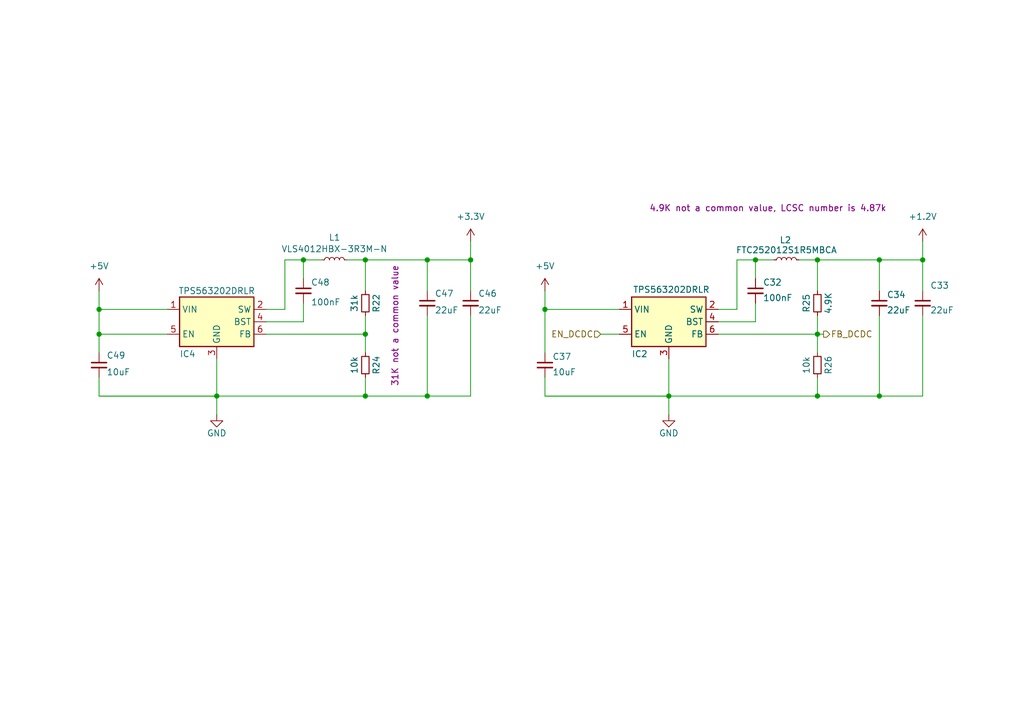
<source format=kicad_sch>
(kicad_sch (version 20250114) (generator "eeschema") (generator_version "9.0")
  (paper "A5")
  (title_block (title "Power") (date "2025-06-14") (company "Team:Badge"))
  (lib_symbols
    (symbol "Device:C_Small" (pin_numbers (hide yes)) (pin_names (offset 0.254) (hide yes))
      (property "Reference" "C" (at 0.254 1.778 0))
      (property "Value" "C_Small" (at 0.254 -2.032 0))
      (symbol "C_Small_0_1"
        (polyline (pts (xy -1.524 0.508) (xy 1.524 0.508)) (stroke (width 0.3048)))
        (polyline (pts (xy -1.524 -0.508) (xy 1.524 -0.508)) (stroke (width 0.3302)))
      )
      (symbol "C_Small_1_1"
        (pin passive line (at 0 2.54 270) (length 2.032) (name "~") (number "1"))
        (pin passive line (at 0 -2.54 90) (length 2.032) (name "~") (number "2"))
      )
    )
    (symbol "Device:L_Small" (pin_numbers (hide yes)) (pin_names (offset 0.254) (hide yes))
      (property "Reference" "L" (at 0.762 1.016 0))
      (property "Value" "L_Small" (at 0.762 -1.016 0))
      (symbol "L_Small_0_1"
        (arc (start 0 2.032) (mid 0.5058 1.524) (end 0 1.016))
        (arc (start 0 1.016) (mid 0.5058 0.508) (end 0 0))
        (arc (start 0 0) (mid 0.5058 -0.508) (end 0 -1.016))
        (arc (start 0 -1.016) (mid 0.5058 -1.524) (end 0 -2.032))
      )
      (symbol "L_Small_1_1"
        (pin passive line (at 0 2.54 270) (length 0.508) (name "~") (number "1"))
        (pin passive line (at 0 -2.54 90) (length 0.508) (name "~") (number "2"))
      )
    )
    (symbol "Device:R_Small" (pin_numbers (hide yes)) (pin_names (offset 0.254) (hide yes))
      (property "Reference" "R" (at 0 0 90))
      (property "Value" "R_Small" (at 1.778 0 90))
      (symbol "R_Small_0_1"
        (rectangle (start -0.762 1.778) (end 0.762 -1.778) (stroke (width 0.2032)))
      )
      (symbol "R_Small_1_1"
        (pin passive line (at 0 2.54 270) (length 0.762) (name "~") (number "1"))
        (pin passive line (at 0 -2.54 90) (length 0.762) (name "~") (number "2"))
      )
    )
    (symbol "TPS563202DRLR_1"
      (property "Reference" "U" (at 1.27 -11.43 0))
      (property "Value" "TPS563202DRLR" (at 7.62 1.27 0))
      (symbol "TPS563202DRLR_1_0_1"
        (rectangle (start 0 0) (end 15.24 -10.16) (stroke (width 0.254)) (fill (type background)))
      )
      (symbol "TPS563202DRLR_1_1_1"
        (pin power_in line (at -2.54 -2.54 0) (length 2.54) (name "VIN") (number "1"))
        (pin input line (at -2.54 -7.62 0) (length 2.54) (name "EN") (number "5"))
        (pin power_in line (at 7.62 -12.7 90) (length 2.54) (name "GND") (number "3"))
        (pin power_out line (at 17.78 -2.54 180) (length 2.54) (name "SW") (number "2"))
        (pin passive line (at 17.78 -5.08 180) (length 2.54) (name "BST") (number "4"))
        (pin input line (at 17.78 -7.62 180) (length 2.54) (name "FB") (number "6"))
      )
    )
    (symbol "custom_symbols:TPS563202DRLR"
      (property "Reference" "U" (at 1.27 -11.43 0))
      (property "Value" "TPS563202DRLR" (at 7.62 1.27 0))
      (symbol "TPS563202DRLR_0_1"
        (rectangle (start 0 0) (end 15.24 -10.16) (stroke (width 0.254)) (fill (type background)))
      )
      (symbol "TPS563202DRLR_1_1"
        (pin power_in line (at -2.54 -2.54 0) (length 2.54) (name "VIN") (number "1"))
        (pin input line (at -2.54 -7.62 0) (length 2.54) (name "EN") (number "5"))
        (pin power_in line (at 7.62 -12.7 90) (length 2.54) (name "GND") (number "3"))
        (pin output line (at 17.78 -2.54 180) (length 2.54) (name "SW") (number "2"))
        (pin passive line (at 17.78 -5.08 180) (length 2.54) (name "BST") (number "4"))
        (pin input line (at 17.78 -7.62 180) (length 2.54) (name "FB") (number "6"))
      )
    )
    (symbol "power:+1V2" (power) (pin_numbers (hide yes)) (pin_names (offset 0) (hide yes))
      (property "Value" "+1V2" (at 0 3.556 0))
      (symbol "+1V2_0_1"
        (polyline (pts (xy -0.762 1.27) (xy 0 2.54)))
        (polyline (pts (xy 0 2.54) (xy 0.762 1.27)))
        (polyline (pts (xy 0 0) (xy 0 2.54)))
      )
      (symbol "+1V2_1_1"
        (pin power_in line (at 0 0 90) (length 0) (name "~") (number "1"))
      )
    )
    (symbol "power:+3.3V" (power) (pin_numbers (hide yes)) (pin_names (offset 0) (hide yes))
      (property "Value" "+3.3V" (at 0 3.556 0))
      (symbol "+3.3V_0_1"
        (polyline (pts (xy -0.762 1.27) (xy 0 2.54)))
        (polyline (pts (xy 0 2.54) (xy 0.762 1.27)))
        (polyline (pts (xy 0 0) (xy 0 2.54)))
      )
      (symbol "+3.3V_1_1"
        (pin power_in line (at 0 0 90) (length 0) (name "~") (number "1"))
      )
    )
    (symbol "power:+5V" (power) (pin_numbers (hide yes)) (pin_names (offset 0) (hide yes))
      (property "Value" "+5V" (at 0 3.556 0))
      (symbol "+5V_0_1"
        (polyline (pts (xy -0.762 1.27) (xy 0 2.54)))
        (polyline (pts (xy 0 2.54) (xy 0.762 1.27)))
        (polyline (pts (xy 0 0) (xy 0 2.54)))
      )
      (symbol "+5V_1_1"
        (pin power_in line (at 0 0 90) (length 0) (name "~") (number "1"))
      )
    )
    (symbol "power:GND" (power) (pin_numbers (hide yes)) (pin_names (offset 0) (hide yes))
      (property "Value" "GND" (at 0 -3.81 0))
      (symbol "GND_0_1"
        (polyline (pts (xy 0 0) (xy 0 -1.27) (xy 1.27 -1.27) (xy 0 -2.54) (xy -1.27 -1.27) (xy 0 -1.27)))
      )
      (symbol "GND_1_1"
        (pin power_in line (at 0 0 270) (length 0) (name "~") (number "1"))
      )
    )
  )
  (junction (at 180.34 53.34))
  (junction (at 180.34 81.28))
  (junction (at 62.23 53.34))
  (junction (at 111.76 63.5))
  (junction (at 167.64 68.58))
  (junction (at 20.32 63.5))
  (junction (at 74.93 53.34))
  (junction (at 137.16 81.28))
  (junction (at 74.93 68.58))
  (junction (at 154.94 53.34))
  (junction (at 189.23 53.34))
  (junction (at 167.64 81.28))
  (junction (at 44.45 81.28))
  (junction (at 74.93 81.28))
  (junction (at 87.63 81.28))
  (junction (at 87.63 53.34))
  (junction (at 167.64 53.34))
  (junction (at 20.32 68.58))
  (junction (at 96.52 53.34))
  (wire (pts (xy 44.45 85.09) (xy 44.45 81.28)) (stroke (width 0.1524)))
  (wire (pts (xy 87.63 81.28) (xy 96.52 81.28)) (stroke (width 0.1524)))
  (wire (pts (xy 44.45 81.28) (xy 74.93 81.28)))
  (wire (pts (xy 137.16 81.28) (xy 111.76 81.28)) (stroke (width 0.1524)))
  (wire (pts (xy 54.61 66.04) (xy 62.23 66.04)))
  (wire (pts (xy 180.34 81.28) (xy 189.23 81.28)) (stroke (width 0.1524)))
  (wire (pts (xy 58.42 53.34) (xy 62.23 53.34)))
  (wire (pts (xy 167.64 77.47) (xy 167.64 81.28)))
  (wire (pts (xy 74.93 68.58) (xy 74.93 72.39)))
  (wire (pts (xy 151.13 53.34) (xy 154.94 53.34)))
  (wire (pts (xy 111.76 59.69) (xy 111.76 63.5)) (stroke (width 0.1524)))
  (wire (pts (xy 189.23 53.34) (xy 189.23 59.69)))
  (wire (pts (xy 154.94 66.04) (xy 154.94 62.23)))
  (wire (pts (xy 167.64 64.77) (xy 167.64 68.58)))
  (wire (pts (xy 154.94 53.34) (xy 158.75 53.34)))
  (wire (pts (xy 167.64 68.58) (xy 168.91 68.58)))
  (wire (pts (xy 74.93 64.77) (xy 74.93 68.58)))
  (wire (pts (xy 96.52 64.77) (xy 96.52 81.28)) (stroke (width 0.1524)))
  (wire (pts (xy 20.32 59.69) (xy 20.32 63.5)) (stroke (width 0.1524)))
  (wire (pts (xy 87.63 53.34) (xy 87.63 59.69)))
  (wire (pts (xy 189.23 49.53) (xy 189.23 53.34)))
  (wire (pts (xy 20.32 68.58) (xy 20.32 72.39)))
  (wire (pts (xy 62.23 66.04) (xy 62.23 62.23)))
  (wire (pts (xy 20.32 63.5) (xy 34.29 63.5)))
  (wire (pts (xy 163.83 53.34) (xy 167.64 53.34)))
  (wire (pts (xy 167.64 53.34) (xy 180.34 53.34)))
  (wire (pts (xy 167.64 68.58) (xy 167.64 72.39)))
  (wire (pts (xy 74.93 53.34) (xy 87.63 53.34)))
  (wire (pts (xy 71.12 53.34) (xy 74.93 53.34)))
  (wire (pts (xy 180.34 53.34) (xy 180.34 59.69)))
  (wire (pts (xy 54.61 63.5) (xy 58.42 63.5)))
  (wire (pts (xy 20.32 68.58) (xy 34.29 68.58)))
  (wire (pts (xy 147.32 63.5) (xy 151.13 63.5)))
  (wire (pts (xy 20.32 81.28) (xy 20.32 77.47)) (stroke (width 0.1524)))
  (wire (pts (xy 147.32 66.04) (xy 154.94 66.04)))
  (wire (pts (xy 123.19 68.58) (xy 127 68.58)))
  (wire (pts (xy 74.93 77.47) (xy 74.93 81.28)))
  (wire (pts (xy 87.63 64.77) (xy 87.63 81.28)) (stroke (width 0.1524)))
  (wire (pts (xy 137.16 81.28) (xy 167.64 81.28)))
  (wire (pts (xy 20.32 63.5) (xy 20.32 68.58)))
  (wire (pts (xy 154.94 53.34) (xy 154.94 57.15)))
  (wire (pts (xy 111.76 81.28) (xy 137.16 81.28)))
  (wire (pts (xy 62.23 53.34) (xy 66.04 53.34)))
  (wire (pts (xy 111.76 81.28) (xy 111.76 77.47)) (stroke (width 0.1524)))
  (wire (pts (xy 44.45 81.28) (xy 20.32 81.28)) (stroke (width 0.1524)))
  (wire (pts (xy 137.16 73.66) (xy 137.16 81.28)))
  (wire (pts (xy 111.76 63.5) (xy 127 63.5)))
  (wire (pts (xy 44.45 73.66) (xy 44.45 81.28)))
  (wire (pts (xy 167.64 53.34) (xy 167.64 59.69)))
  (wire (pts (xy 151.13 63.5) (xy 151.13 53.34)))
  (wire (pts (xy 167.64 81.28) (xy 180.34 81.28)))
  (wire (pts (xy 189.23 64.77) (xy 189.23 81.28)) (stroke (width 0.1524)))
  (wire (pts (xy 87.63 53.34) (xy 96.52 53.34)))
  (wire (pts (xy 111.76 63.5) (xy 111.76 72.39)))
  (wire (pts (xy 96.52 53.34) (xy 96.52 59.69)))
  (wire (pts (xy 58.42 63.5) (xy 58.42 53.34)))
  (wire (pts (xy 96.52 49.53) (xy 96.52 53.34)))
  (wire (pts (xy 180.34 53.34) (xy 189.23 53.34)))
  (wire (pts (xy 20.32 81.28) (xy 44.45 81.28)))
  (wire (pts (xy 137.16 85.09) (xy 137.16 81.28)) (stroke (width 0.1524)))
  (wire (pts (xy 74.93 53.34) (xy 74.93 59.69)))
  (wire (pts (xy 54.61 68.58) (xy 74.93 68.58)))
  (wire (pts (xy 147.32 68.58) (xy 167.64 68.58)))
  (wire (pts (xy 62.23 53.34) (xy 62.23 57.15)))
  (wire (pts (xy 74.93 81.28) (xy 87.63 81.28)))
  (wire (pts (xy 180.34 64.77) (xy 180.34 81.28)) (stroke (width 0.1524)))
  (hierarchical_label "FB_DCDC" (shape output) (at 168.91 68.58 0))
  (hierarchical_label "EN_DCDC" (shape input) (at 123.19 68.58 180))
  (symbol (lib_id "Device:R_Small") (at 167.64 62.23 0) (unit 1)
    (property "Reference" "R25" (at 166.116 62.23 90) (effects (justify bottom)))
    (property "Value" "4.9K" (at 169.164 62.23 90) (effects (justify top)))
    (property "Footprint" "Resistor_SMD:R_0201_0603Metric" (effects (hide yes)))
    (property "Description" "Resistor, small symbol" (effects (hide yes)))
    (property "LCSC" "C367640" (effects (hide yes)))
    (property "Remarks" "4.9K not a common value, LCSC number is 4.87k" (at 157.48 42.672 0))
  )
  (symbol (lib_id "Device:C_Small") (at 189.23 62.23 0) (unit 1)
    (property "Reference" "C33" (at 190.754 59.309 0) (effects (justify left bottom)))
    (property "Value" "22uF" (at 190.754 64.389 0) (effects (justify left bottom)))
    (property "Footprint" "Capacitor_SMD:C_0603_1608Metric" (effects (hide yes)))
    (property "Description" "Unpolarized capacitor, small symbol" (effects (hide yes)))
    (property "LCSC" "C86295" (effects (hide yes)))
  )
  (symbol (lib_id "Device:C_Small") (at 111.76 74.93 0) (unit 1)
    (property "Reference" "C37" (at 113.284 73.914 0) (effects (justify left bottom)))
    (property "Value" "10uF" (at 113.284 77.089 0) (effects (justify left bottom)))
    (property "Footprint" "Capacitor_SMD:C_0603_1608Metric" (effects (hide yes)))
    (property "Description" "Unpolarized capacitor, small symbol" (effects (hide yes)))
    (property "LCSC" "C6119842" (effects (hide yes)))
  )
  (symbol (lib_id "Device:C_Small") (at 96.52 62.23 0) (unit 1)
    (property "Reference" "C46" (at 98.044 60.96 0) (effects (justify left bottom)))
    (property "Value" "22uF" (at 98.044 64.389 0) (effects (justify left bottom)))
    (property "Footprint" "Capacitor_SMD:C_0603_1608Metric" (effects (hide yes)))
    (property "Description" "Unpolarized capacitor, small symbol" (effects (hide yes)))
    (property "LCSC" "C86295" (effects (hide yes)))
  )
  (symbol (lib_id "Device:C_Small") (at 180.34 62.23 0) (unit 1)
    (property "Reference" "C34" (at 181.864 61.214 0) (effects (justify left bottom)))
    (property "Value" "22uF" (at 181.864 64.389 0) (effects (justify left bottom)))
    (property "Footprint" "Capacitor_SMD:C_0603_1608Metric" (effects (hide yes)))
    (property "Description" "Unpolarized capacitor, small symbol" (effects (hide yes)))
    (property "LCSC" "C86295" (effects (hide yes)))
  )
  (symbol (lib_id "custom_symbols:TPS563202DRLR") (at 36.83 60.96 0) (unit 1)
    (property "Reference" "IC4" (at 36.83 72.644 0) (effects (justify left)))
    (property "Value" "TPS563202DRLR" (at 36.576 59.69 0) (effects (justify left)))
    (property "Footprint" "Package_TO_SOT_SMD:SOT-563" (effects (hide yes)))
    (property "Datasheet" "kicad-embed://tps563202.pdf" (effects (hide yes)))
    (property "Description" "4.3-V to 17-V Input, 3-A Synchronous Buck Converter in SOT563" (effects (hide yes)))
    (property "LCSC" "C1513007" (effects (hide yes)))
    (property "JLCPCB_CORRECTION" "0; 0; 180" (effects (hide yes)))
  )
  (symbol (lib_id "Device:C_Small") (at 62.23 59.69 0) (unit 1)
    (property "Reference" "C48" (at 63.754 58.674 0) (effects (justify left bottom)))
    (property "Value" "100nF" (at 63.754 62.738 0) (effects (justify left bottom)))
    (property "Footprint" "Capacitor_SMD:C_0201_0603Metric" (effects (hide yes)))
    (property "Description" "Unpolarized capacitor, small symbol" (effects (hide yes)))
    (property "LCSC" "C301918" (effects (hide yes)))
  )
  (symbol (lib_id "Device:R_Small") (at 74.93 62.23 180) (unit 1)
    (property "Reference" "R22" (at 76.454 62.23 90) (effects (justify bottom)))
    (property "Value" "31k" (at 73.406 62.23 90) (effects (justify top)))
    (property "Footprint" "Resistor_SMD:R_0201_0603Metric" (effects (hide yes)))
    (property "Description" "Resistor, small symbol" (effects (hide yes)))
    (property "LCSC" "C364366" (effects (hide yes)))
    (property "Remarks" "31K not a common value" (at 81.026 66.802 90))
  )
  (symbol (lib_id "power:+5V") (at 111.76 59.69 0) (unit 1)
    (property "Reference" "#PWR024" (effects (hide yes)))
    (property "Value" "+5V" (at 111.76 54.61 0))
    (property "Description" "Power symbol creates a global label with name \"+5V\"" (effects (hide yes)))
  )
  (symbol (lib_id "Device:C_Small") (at 154.94 59.69 0) (unit 1)
    (property "Reference" "C32" (at 156.464 58.674 0) (effects (justify left bottom)))
    (property "Value" "100nF" (at 156.464 61.849 0) (effects (justify left bottom)))
    (property "Footprint" "Capacitor_SMD:C_0201_0603Metric" (effects (hide yes)))
    (property "Description" "Unpolarized capacitor, small symbol" (effects (hide yes)))
    (property "LCSC" "C301918" (effects (hide yes)))
  )
  (symbol (lib_id "power:+5V") (at 20.32 59.69 0) (unit 1)
    (property "Reference" "#PWR023" (effects (hide yes)))
    (property "Value" "+5V" (at 20.32 54.61 0))
    (property "Description" "Power symbol creates a global label with name \"+5V\"" (effects (hide yes)))
  )
  (symbol (lib_id "Device:L_Small") (at 161.29 53.34 90) (unit 1)
    (property "Reference" "L2" (at 162.306 49.276 90) (effects (justify left)))
    (property "Value" "FTC252012S1R5MBCA" (at 161.29 51.308 90))
    (property "Footprint" "Inductor_SMD:L_Changjiang_FNR252010S" (effects (hide yes)))
    (property "Description" "Inductor, small symbol" (effects (hide yes)))
    (property "LCSC" "C5832371" (effects (hide yes)))
  )
  (symbol (lib_name "TPS563202DRLR_1") (lib_id "custom_symbols:TPS563202DRLR") (at 129.54 60.96 0) (unit 1)
    (property "Reference" "IC2" (at 129.54 72.644 0) (effects (justify left)))
    (property "Value" "TPS563202DRLR" (at 129.794 59.436 0) (effects (justify left)))
    (property "Footprint" "Package_TO_SOT_SMD:SOT-563" (effects (hide yes)))
    (property "Datasheet" "kicad-embed://tps563202.pdf" (effects (hide yes)))
    (property "Description" "4.3-V to 17-V Input, 3-A Synchronous Buck Converter in SOT563" (effects (hide yes)))
    (property "LCSC" "C1513007" (effects (hide yes)))
    (property "JLCPCB_CORRECTION" "0; 0; 180" (effects (hide yes)))
  )
  (symbol (lib_id "Device:R_Small") (at 167.64 74.93 180) (unit 1)
    (property "Reference" "R26" (at 169.164 74.93 90) (effects (justify bottom)))
    (property "Value" "10k" (at 166.116 74.93 90) (effects (justify top)))
    (property "Footprint" "Resistor_SMD:R_0201_0603Metric" (effects (hide yes)))
    (property "Description" "Resistor, small symbol" (effects (hide yes)))
    (property "LCSC" "C473048" (effects (hide yes)))
  )
  (symbol (lib_id "power:GND") (at 137.16 85.09 0) (unit 1)
    (property "Reference" "#PWR025" (effects (hide yes)))
    (property "Value" "GND" (at 137.16 88.9 0))
    (property "Description" "Power symbol creates a global label with name \"GND\" , ground" (effects (hide yes)))
  )
  (symbol (lib_id "power:GND") (at 44.45 85.09 0) (unit 1)
    (property "Reference" "#PWR16" (effects (hide yes)))
    (property "Value" "GND" (at 44.45 88.9 0))
    (property "Description" "Power symbol creates a global label with name \"GND\" , ground" (effects (hide yes)))
  )
  (symbol (lib_id "Device:C_Small") (at 87.63 62.23 0) (unit 1)
    (property "Reference" "C47" (at 89.154 60.96 0) (effects (justify left bottom)))
    (property "Value" "22uF" (at 89.154 64.389 0) (effects (justify left bottom)))
    (property "Footprint" "Capacitor_SMD:C_0603_1608Metric" (effects (hide yes)))
    (property "Description" "Unpolarized capacitor, small symbol" (effects (hide yes)))
    (property "LCSC" "C86295" (effects (hide yes)))
  )
  (symbol (lib_id "Device:C_Small") (at 20.32 74.93 0) (unit 1)
    (property "Reference" "C49" (at 21.844 73.66 0) (effects (justify left bottom)))
    (property "Value" "10uF" (at 21.844 77.089 0) (effects (justify left bottom)))
    (property "Footprint" "Capacitor_SMD:C_0603_1608Metric" (effects (hide yes)))
    (property "Description" "Unpolarized capacitor, small symbol" (effects (hide yes)))
    (property "LCSC" "C6119842" (effects (hide yes)))
  )
  (symbol (lib_id "Device:L_Small") (at 68.58 53.34 90) (unit 1)
    (property "Reference" "L1" (at 69.85 48.006 90) (effects (justify left bottom)))
    (property "Value" "VLS4012HBX-3R3M-N" (at 68.58 51.816 90) (effects (justify top)))
    (property "Footprint" "custom_footprints:IND_VLS4012HBX-3R3M-N" (effects (hide yes)))
    (property "Description" "Inductor, small symbol" (effects (hide yes)))
    (property "LCSC" "C3223566" (effects (hide yes)))
  )
  (symbol (lib_id "Device:R_Small") (at 74.93 74.93 180) (unit 1)
    (property "Reference" "R24" (at 76.454 74.93 90) (effects (justify bottom)))
    (property "Value" "10k" (at 73.406 74.93 90) (effects (justify top)))
    (property "Footprint" "Resistor_SMD:R_0201_0603Metric" (effects (hide yes)))
    (property "Description" "Resistor, small symbol" (effects (hide yes)))
    (property "LCSC" "C473048" (effects (hide yes)))
  )
  (symbol (lib_id "power:+3.3V") (at 96.52 49.53 0) (unit 1)
    (property "Reference" "#PWR07" (effects (hide yes)))
    (property "Value" "+3.3V" (at 96.52 44.45 0))
    (property "Description" "Power symbol creates a global label with name \"+3.3V\"" (effects (hide yes)))
  )
  (symbol (lib_id "power:+1V2") (at 189.23 49.53 0) (unit 1)
    (property "Reference" "#PWR026" (effects (hide yes)))
    (property "Value" "+1.2V" (at 189.23 44.45 0))
    (property "Description" "Power symbol creates a global label with name \"+1V2\"" (effects (hide yes)))
  )
)
</source>
